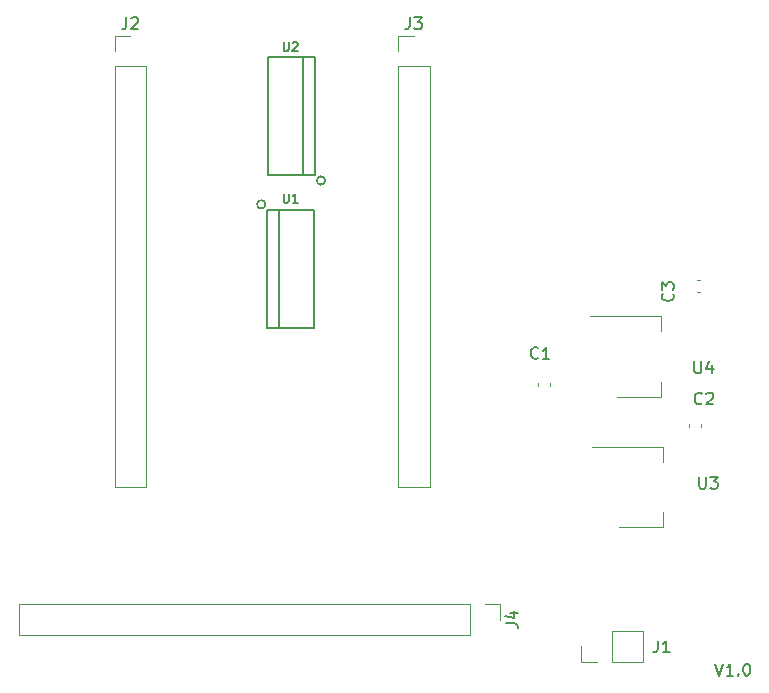
<source format=gbr>
%TF.GenerationSoftware,KiCad,Pcbnew,8.0.0-8.0.0-1~ubuntu22.04.1*%
%TF.CreationDate,2024-03-19T22:30:41+08:00*%
%TF.ProjectId,ble_midi_hardware,626c655f-6d69-4646-995f-686172647761,rev?*%
%TF.SameCoordinates,Original*%
%TF.FileFunction,Legend,Top*%
%TF.FilePolarity,Positive*%
%FSLAX46Y46*%
G04 Gerber Fmt 4.6, Leading zero omitted, Abs format (unit mm)*
G04 Created by KiCad (PCBNEW 8.0.0-8.0.0-1~ubuntu22.04.1) date 2024-03-19 22:30:41*
%MOMM*%
%LPD*%
G01*
G04 APERTURE LIST*
%ADD10C,0.150000*%
%ADD11C,0.152400*%
%ADD12C,0.120000*%
%ADD13C,0.203200*%
G04 APERTURE END LIST*
D10*
X156723922Y-114099819D02*
X157057255Y-115099819D01*
X157057255Y-115099819D02*
X157390588Y-114099819D01*
X158247731Y-115099819D02*
X157676303Y-115099819D01*
X157962017Y-115099819D02*
X157962017Y-114099819D01*
X157962017Y-114099819D02*
X157866779Y-114242676D01*
X157866779Y-114242676D02*
X157771541Y-114337914D01*
X157771541Y-114337914D02*
X157676303Y-114385533D01*
X158676303Y-115004580D02*
X158723922Y-115052200D01*
X158723922Y-115052200D02*
X158676303Y-115099819D01*
X158676303Y-115099819D02*
X158628684Y-115052200D01*
X158628684Y-115052200D02*
X158676303Y-115004580D01*
X158676303Y-115004580D02*
X158676303Y-115099819D01*
X159342969Y-114099819D02*
X159438207Y-114099819D01*
X159438207Y-114099819D02*
X159533445Y-114147438D01*
X159533445Y-114147438D02*
X159581064Y-114195057D01*
X159581064Y-114195057D02*
X159628683Y-114290295D01*
X159628683Y-114290295D02*
X159676302Y-114480771D01*
X159676302Y-114480771D02*
X159676302Y-114718866D01*
X159676302Y-114718866D02*
X159628683Y-114909342D01*
X159628683Y-114909342D02*
X159581064Y-115004580D01*
X159581064Y-115004580D02*
X159533445Y-115052200D01*
X159533445Y-115052200D02*
X159438207Y-115099819D01*
X159438207Y-115099819D02*
X159342969Y-115099819D01*
X159342969Y-115099819D02*
X159247731Y-115052200D01*
X159247731Y-115052200D02*
X159200112Y-115004580D01*
X159200112Y-115004580D02*
X159152493Y-114909342D01*
X159152493Y-114909342D02*
X159104874Y-114718866D01*
X159104874Y-114718866D02*
X159104874Y-114480771D01*
X159104874Y-114480771D02*
X159152493Y-114290295D01*
X159152493Y-114290295D02*
X159200112Y-114195057D01*
X159200112Y-114195057D02*
X159247731Y-114147438D01*
X159247731Y-114147438D02*
X159342969Y-114099819D01*
X106866666Y-59364819D02*
X106866666Y-60079104D01*
X106866666Y-60079104D02*
X106819047Y-60221961D01*
X106819047Y-60221961D02*
X106723809Y-60317200D01*
X106723809Y-60317200D02*
X106580952Y-60364819D01*
X106580952Y-60364819D02*
X106485714Y-60364819D01*
X107295238Y-59460057D02*
X107342857Y-59412438D01*
X107342857Y-59412438D02*
X107438095Y-59364819D01*
X107438095Y-59364819D02*
X107676190Y-59364819D01*
X107676190Y-59364819D02*
X107771428Y-59412438D01*
X107771428Y-59412438D02*
X107819047Y-59460057D01*
X107819047Y-59460057D02*
X107866666Y-59555295D01*
X107866666Y-59555295D02*
X107866666Y-59650533D01*
X107866666Y-59650533D02*
X107819047Y-59793390D01*
X107819047Y-59793390D02*
X107247619Y-60364819D01*
X107247619Y-60364819D02*
X107866666Y-60364819D01*
X155594333Y-92040980D02*
X155546714Y-92088600D01*
X155546714Y-92088600D02*
X155403857Y-92136219D01*
X155403857Y-92136219D02*
X155308619Y-92136219D01*
X155308619Y-92136219D02*
X155165762Y-92088600D01*
X155165762Y-92088600D02*
X155070524Y-91993361D01*
X155070524Y-91993361D02*
X155022905Y-91898123D01*
X155022905Y-91898123D02*
X154975286Y-91707647D01*
X154975286Y-91707647D02*
X154975286Y-91564790D01*
X154975286Y-91564790D02*
X155022905Y-91374314D01*
X155022905Y-91374314D02*
X155070524Y-91279076D01*
X155070524Y-91279076D02*
X155165762Y-91183838D01*
X155165762Y-91183838D02*
X155308619Y-91136219D01*
X155308619Y-91136219D02*
X155403857Y-91136219D01*
X155403857Y-91136219D02*
X155546714Y-91183838D01*
X155546714Y-91183838D02*
X155594333Y-91231457D01*
X155975286Y-91231457D02*
X156022905Y-91183838D01*
X156022905Y-91183838D02*
X156118143Y-91136219D01*
X156118143Y-91136219D02*
X156356238Y-91136219D01*
X156356238Y-91136219D02*
X156451476Y-91183838D01*
X156451476Y-91183838D02*
X156499095Y-91231457D01*
X156499095Y-91231457D02*
X156546714Y-91326695D01*
X156546714Y-91326695D02*
X156546714Y-91421933D01*
X156546714Y-91421933D02*
X156499095Y-91564790D01*
X156499095Y-91564790D02*
X155927667Y-92136219D01*
X155927667Y-92136219D02*
X156546714Y-92136219D01*
X154958095Y-88484819D02*
X154958095Y-89294342D01*
X154958095Y-89294342D02*
X155005714Y-89389580D01*
X155005714Y-89389580D02*
X155053333Y-89437200D01*
X155053333Y-89437200D02*
X155148571Y-89484819D01*
X155148571Y-89484819D02*
X155339047Y-89484819D01*
X155339047Y-89484819D02*
X155434285Y-89437200D01*
X155434285Y-89437200D02*
X155481904Y-89389580D01*
X155481904Y-89389580D02*
X155529523Y-89294342D01*
X155529523Y-89294342D02*
X155529523Y-88484819D01*
X156434285Y-88818152D02*
X156434285Y-89484819D01*
X156196190Y-88437200D02*
X155958095Y-89151485D01*
X155958095Y-89151485D02*
X156577142Y-89151485D01*
X130866666Y-59364819D02*
X130866666Y-60079104D01*
X130866666Y-60079104D02*
X130819047Y-60221961D01*
X130819047Y-60221961D02*
X130723809Y-60317200D01*
X130723809Y-60317200D02*
X130580952Y-60364819D01*
X130580952Y-60364819D02*
X130485714Y-60364819D01*
X131247619Y-59364819D02*
X131866666Y-59364819D01*
X131866666Y-59364819D02*
X131533333Y-59745771D01*
X131533333Y-59745771D02*
X131676190Y-59745771D01*
X131676190Y-59745771D02*
X131771428Y-59793390D01*
X131771428Y-59793390D02*
X131819047Y-59841009D01*
X131819047Y-59841009D02*
X131866666Y-59936247D01*
X131866666Y-59936247D02*
X131866666Y-60174342D01*
X131866666Y-60174342D02*
X131819047Y-60269580D01*
X131819047Y-60269580D02*
X131771428Y-60317200D01*
X131771428Y-60317200D02*
X131676190Y-60364819D01*
X131676190Y-60364819D02*
X131390476Y-60364819D01*
X131390476Y-60364819D02*
X131295238Y-60317200D01*
X131295238Y-60317200D02*
X131247619Y-60269580D01*
D11*
X120171028Y-61456990D02*
X120171028Y-62073847D01*
X120171028Y-62073847D02*
X120207314Y-62146419D01*
X120207314Y-62146419D02*
X120243600Y-62182705D01*
X120243600Y-62182705D02*
X120316171Y-62218990D01*
X120316171Y-62218990D02*
X120461314Y-62218990D01*
X120461314Y-62218990D02*
X120533885Y-62182705D01*
X120533885Y-62182705D02*
X120570171Y-62146419D01*
X120570171Y-62146419D02*
X120606457Y-62073847D01*
X120606457Y-62073847D02*
X120606457Y-61456990D01*
X120933028Y-61529562D02*
X120969314Y-61493276D01*
X120969314Y-61493276D02*
X121041886Y-61456990D01*
X121041886Y-61456990D02*
X121223314Y-61456990D01*
X121223314Y-61456990D02*
X121295886Y-61493276D01*
X121295886Y-61493276D02*
X121332171Y-61529562D01*
X121332171Y-61529562D02*
X121368457Y-61602133D01*
X121368457Y-61602133D02*
X121368457Y-61674705D01*
X121368457Y-61674705D02*
X121332171Y-61783562D01*
X121332171Y-61783562D02*
X120896743Y-62218990D01*
X120896743Y-62218990D02*
X121368457Y-62218990D01*
D10*
X155349895Y-98269419D02*
X155349895Y-99078942D01*
X155349895Y-99078942D02*
X155397514Y-99174180D01*
X155397514Y-99174180D02*
X155445133Y-99221800D01*
X155445133Y-99221800D02*
X155540371Y-99269419D01*
X155540371Y-99269419D02*
X155730847Y-99269419D01*
X155730847Y-99269419D02*
X155826085Y-99221800D01*
X155826085Y-99221800D02*
X155873704Y-99174180D01*
X155873704Y-99174180D02*
X155921323Y-99078942D01*
X155921323Y-99078942D02*
X155921323Y-98269419D01*
X156302276Y-98269419D02*
X156921323Y-98269419D01*
X156921323Y-98269419D02*
X156587990Y-98650371D01*
X156587990Y-98650371D02*
X156730847Y-98650371D01*
X156730847Y-98650371D02*
X156826085Y-98697990D01*
X156826085Y-98697990D02*
X156873704Y-98745609D01*
X156873704Y-98745609D02*
X156921323Y-98840847D01*
X156921323Y-98840847D02*
X156921323Y-99078942D01*
X156921323Y-99078942D02*
X156873704Y-99174180D01*
X156873704Y-99174180D02*
X156826085Y-99221800D01*
X156826085Y-99221800D02*
X156730847Y-99269419D01*
X156730847Y-99269419D02*
X156445133Y-99269419D01*
X156445133Y-99269419D02*
X156349895Y-99221800D01*
X156349895Y-99221800D02*
X156302276Y-99174180D01*
X151863466Y-112129219D02*
X151863466Y-112843504D01*
X151863466Y-112843504D02*
X151815847Y-112986361D01*
X151815847Y-112986361D02*
X151720609Y-113081600D01*
X151720609Y-113081600D02*
X151577752Y-113129219D01*
X151577752Y-113129219D02*
X151482514Y-113129219D01*
X152863466Y-113129219D02*
X152292038Y-113129219D01*
X152577752Y-113129219D02*
X152577752Y-112129219D01*
X152577752Y-112129219D02*
X152482514Y-112272076D01*
X152482514Y-112272076D02*
X152387276Y-112367314D01*
X152387276Y-112367314D02*
X152292038Y-112414933D01*
X153105580Y-82763066D02*
X153153200Y-82810685D01*
X153153200Y-82810685D02*
X153200819Y-82953542D01*
X153200819Y-82953542D02*
X153200819Y-83048780D01*
X153200819Y-83048780D02*
X153153200Y-83191637D01*
X153153200Y-83191637D02*
X153057961Y-83286875D01*
X153057961Y-83286875D02*
X152962723Y-83334494D01*
X152962723Y-83334494D02*
X152772247Y-83382113D01*
X152772247Y-83382113D02*
X152629390Y-83382113D01*
X152629390Y-83382113D02*
X152438914Y-83334494D01*
X152438914Y-83334494D02*
X152343676Y-83286875D01*
X152343676Y-83286875D02*
X152248438Y-83191637D01*
X152248438Y-83191637D02*
X152200819Y-83048780D01*
X152200819Y-83048780D02*
X152200819Y-82953542D01*
X152200819Y-82953542D02*
X152248438Y-82810685D01*
X152248438Y-82810685D02*
X152296057Y-82763066D01*
X152200819Y-82429732D02*
X152200819Y-81810685D01*
X152200819Y-81810685D02*
X152581771Y-82144018D01*
X152581771Y-82144018D02*
X152581771Y-82001161D01*
X152581771Y-82001161D02*
X152629390Y-81905923D01*
X152629390Y-81905923D02*
X152677009Y-81858304D01*
X152677009Y-81858304D02*
X152772247Y-81810685D01*
X152772247Y-81810685D02*
X153010342Y-81810685D01*
X153010342Y-81810685D02*
X153105580Y-81858304D01*
X153105580Y-81858304D02*
X153153200Y-81905923D01*
X153153200Y-81905923D02*
X153200819Y-82001161D01*
X153200819Y-82001161D02*
X153200819Y-82286875D01*
X153200819Y-82286875D02*
X153153200Y-82382113D01*
X153153200Y-82382113D02*
X153105580Y-82429732D01*
D11*
X120171028Y-74309390D02*
X120171028Y-74926247D01*
X120171028Y-74926247D02*
X120207314Y-74998819D01*
X120207314Y-74998819D02*
X120243600Y-75035105D01*
X120243600Y-75035105D02*
X120316171Y-75071390D01*
X120316171Y-75071390D02*
X120461314Y-75071390D01*
X120461314Y-75071390D02*
X120533885Y-75035105D01*
X120533885Y-75035105D02*
X120570171Y-74998819D01*
X120570171Y-74998819D02*
X120606457Y-74926247D01*
X120606457Y-74926247D02*
X120606457Y-74309390D01*
X121368457Y-75071390D02*
X120933028Y-75071390D01*
X121150743Y-75071390D02*
X121150743Y-74309390D01*
X121150743Y-74309390D02*
X121078171Y-74418247D01*
X121078171Y-74418247D02*
X121005600Y-74490819D01*
X121005600Y-74490819D02*
X120933028Y-74527105D01*
D10*
X138989819Y-110683333D02*
X139704104Y-110683333D01*
X139704104Y-110683333D02*
X139846961Y-110730952D01*
X139846961Y-110730952D02*
X139942200Y-110826190D01*
X139942200Y-110826190D02*
X139989819Y-110969047D01*
X139989819Y-110969047D02*
X139989819Y-111064285D01*
X139323152Y-109778571D02*
X139989819Y-109778571D01*
X138942200Y-110016666D02*
X139656485Y-110254761D01*
X139656485Y-110254761D02*
X139656485Y-109635714D01*
X141721133Y-88201380D02*
X141673514Y-88249000D01*
X141673514Y-88249000D02*
X141530657Y-88296619D01*
X141530657Y-88296619D02*
X141435419Y-88296619D01*
X141435419Y-88296619D02*
X141292562Y-88249000D01*
X141292562Y-88249000D02*
X141197324Y-88153761D01*
X141197324Y-88153761D02*
X141149705Y-88058523D01*
X141149705Y-88058523D02*
X141102086Y-87868047D01*
X141102086Y-87868047D02*
X141102086Y-87725190D01*
X141102086Y-87725190D02*
X141149705Y-87534714D01*
X141149705Y-87534714D02*
X141197324Y-87439476D01*
X141197324Y-87439476D02*
X141292562Y-87344238D01*
X141292562Y-87344238D02*
X141435419Y-87296619D01*
X141435419Y-87296619D02*
X141530657Y-87296619D01*
X141530657Y-87296619D02*
X141673514Y-87344238D01*
X141673514Y-87344238D02*
X141721133Y-87391857D01*
X142673514Y-88296619D02*
X142102086Y-88296619D01*
X142387800Y-88296619D02*
X142387800Y-87296619D01*
X142387800Y-87296619D02*
X142292562Y-87439476D01*
X142292562Y-87439476D02*
X142197324Y-87534714D01*
X142197324Y-87534714D02*
X142102086Y-87582333D01*
D12*
%TO.C,J2*%
X105870000Y-60910000D02*
X107200000Y-60910000D01*
X105870000Y-62240000D02*
X105870000Y-60910000D01*
X105870000Y-63510000D02*
X105870000Y-99130000D01*
X105870000Y-63510000D02*
X108530000Y-63510000D01*
X105870000Y-99130000D02*
X108530000Y-99130000D01*
X108530000Y-63510000D02*
X108530000Y-99130000D01*
%TO.C,C2*%
X154501000Y-94071980D02*
X154501000Y-93790820D01*
X155521000Y-94071980D02*
X155521000Y-93790820D01*
%TO.C,U4*%
X146116000Y-84690000D02*
X152126000Y-84690000D01*
X148366000Y-91510000D02*
X152126000Y-91510000D01*
X152126000Y-84690000D02*
X152126000Y-85950000D01*
X152126000Y-91510000D02*
X152126000Y-90250000D01*
%TO.C,J3*%
X129870000Y-60910000D02*
X131200000Y-60910000D01*
X129870000Y-62240000D02*
X129870000Y-60910000D01*
X129870000Y-63510000D02*
X129870000Y-99130000D01*
X129870000Y-63510000D02*
X132530000Y-63510000D01*
X129870000Y-99130000D02*
X132530000Y-99130000D01*
X132530000Y-63510000D02*
X132530000Y-99130000D01*
D13*
%TO.C,U2*%
X118830200Y-62682800D02*
X118830200Y-72682800D01*
X118830200Y-72682800D02*
X122830200Y-72682800D01*
X121830200Y-72682800D02*
X121830200Y-62682800D01*
X122830200Y-62682800D02*
X118830200Y-62682800D01*
X122830200Y-72682800D02*
X122830200Y-62682800D01*
X123683753Y-73182800D02*
G75*
G02*
X122976647Y-73182800I-353553J0D01*
G01*
X122976647Y-73182800D02*
G75*
G02*
X123683753Y-73182800I353553J0D01*
G01*
D12*
%TO.C,U3*%
X146311000Y-95721400D02*
X152321000Y-95721400D01*
X148561000Y-102541400D02*
X152321000Y-102541400D01*
X152321000Y-95721400D02*
X152321000Y-96981400D01*
X152321000Y-102541400D02*
X152321000Y-101281400D01*
%TO.C,J1*%
X145380400Y-113953600D02*
X145380400Y-112623600D01*
X146710400Y-113953600D02*
X145380400Y-113953600D01*
X147980400Y-111293600D02*
X150580400Y-111293600D01*
X147980400Y-113953600D02*
X147980400Y-111293600D01*
X147980400Y-113953600D02*
X150580400Y-113953600D01*
X150580400Y-113953600D02*
X150580400Y-111293600D01*
%TO.C,C3*%
X155426580Y-81591400D02*
X155145420Y-81591400D01*
X155426580Y-82611400D02*
X155145420Y-82611400D01*
D13*
%TO.C,U1*%
X118780200Y-75706024D02*
X118780200Y-85706024D01*
X118780200Y-85706024D02*
X122780200Y-85706024D01*
X119780200Y-75706024D02*
X119780200Y-85706024D01*
X122780200Y-75706024D02*
X118780200Y-75706024D01*
X122780200Y-85706024D02*
X122780200Y-75706024D01*
X118633753Y-75206024D02*
G75*
G02*
X117926647Y-75206024I-353553J0D01*
G01*
X117926647Y-75206024D02*
G75*
G02*
X118633753Y-75206024I353553J0D01*
G01*
D12*
%TO.C,J4*%
X97775000Y-109020000D02*
X97775000Y-111680000D01*
X135935000Y-109020000D02*
X97775000Y-109020000D01*
X135935000Y-109020000D02*
X135935000Y-111680000D01*
X135935000Y-111680000D02*
X97775000Y-111680000D01*
X137205000Y-109020000D02*
X138535000Y-109020000D01*
X138535000Y-109020000D02*
X138535000Y-110350000D01*
%TO.C,C1*%
X141751000Y-90571980D02*
X141751000Y-90290820D01*
X142771000Y-90571980D02*
X142771000Y-90290820D01*
%TD*%
M02*

</source>
